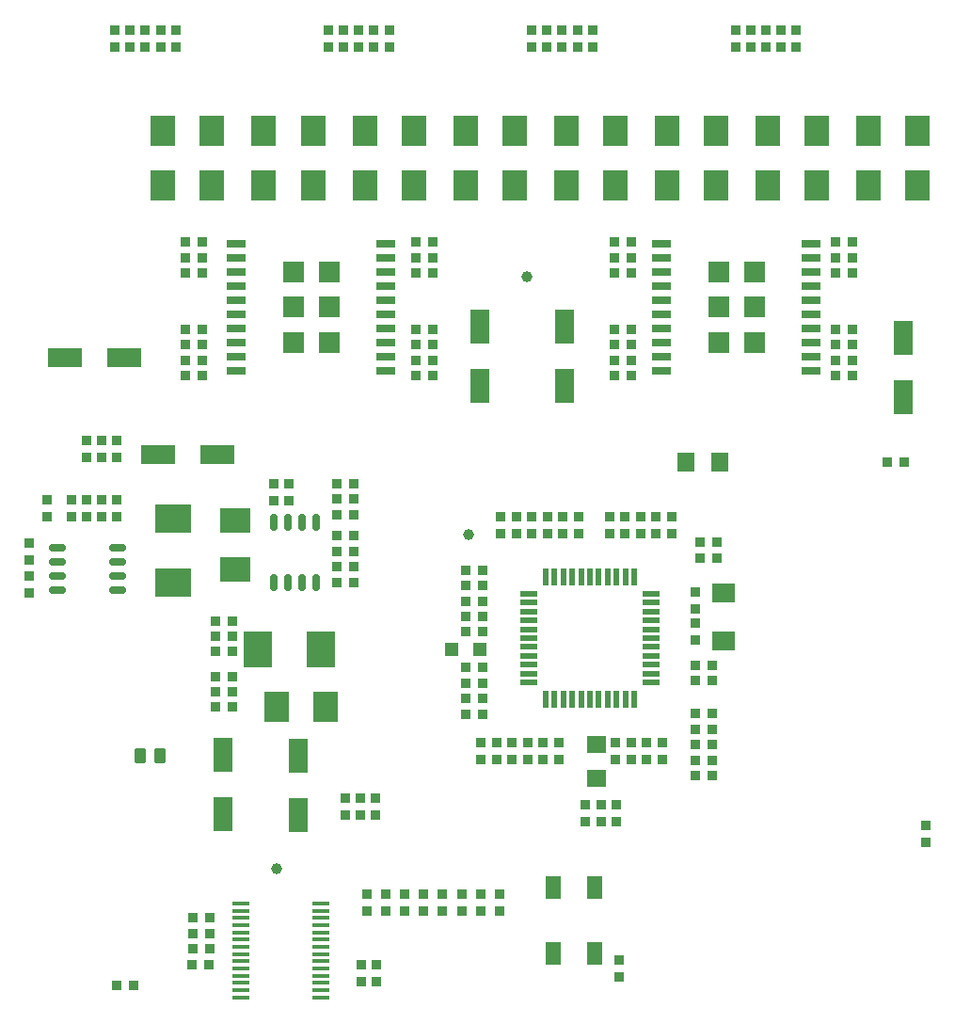
<source format=gtp>
G04 Layer_Color=8421504*
%FSLAX25Y25*%
%MOIN*%
G70*
G01*
G75*
G04:AMPARAMS|DCode=10|XSize=40mil|YSize=55mil|CornerRadius=5mil|HoleSize=0mil|Usage=FLASHONLY|Rotation=180.000|XOffset=0mil|YOffset=0mil|HoleType=Round|Shape=RoundedRectangle|*
%AMROUNDEDRECTD10*
21,1,0.04000,0.04500,0,0,180.0*
21,1,0.03000,0.05500,0,0,180.0*
1,1,0.01000,-0.01500,0.02250*
1,1,0.01000,0.01500,0.02250*
1,1,0.01000,0.01500,-0.02250*
1,1,0.01000,-0.01500,-0.02250*
%
%ADD10ROUNDEDRECTD10*%
G04:AMPARAMS|DCode=11|XSize=35mil|YSize=35mil|CornerRadius=4.38mil|HoleSize=0mil|Usage=FLASHONLY|Rotation=90.000|XOffset=0mil|YOffset=0mil|HoleType=Round|Shape=RoundedRectangle|*
%AMROUNDEDRECTD11*
21,1,0.03500,0.02625,0,0,90.0*
21,1,0.02625,0.03500,0,0,90.0*
1,1,0.00875,0.01312,0.01312*
1,1,0.00875,0.01312,-0.01312*
1,1,0.00875,-0.01312,-0.01312*
1,1,0.00875,-0.01312,0.01312*
%
%ADD11ROUNDEDRECTD11*%
G04:AMPARAMS|DCode=12|XSize=35mil|YSize=35mil|CornerRadius=4.38mil|HoleSize=0mil|Usage=FLASHONLY|Rotation=180.000|XOffset=0mil|YOffset=0mil|HoleType=Round|Shape=RoundedRectangle|*
%AMROUNDEDRECTD12*
21,1,0.03500,0.02625,0,0,180.0*
21,1,0.02625,0.03500,0,0,180.0*
1,1,0.00875,-0.01312,0.01312*
1,1,0.00875,0.01312,0.01312*
1,1,0.00875,0.01312,-0.01312*
1,1,0.00875,-0.01312,-0.01312*
%
%ADD12ROUNDEDRECTD12*%
%ADD13C,0.03937*%
%ADD14R,0.08500X0.10799*%
%ADD16R,0.06500X0.02500*%
%ADD17R,0.06500X0.12000*%
%ADD18R,0.12000X0.06500*%
%ADD19R,0.10799X0.08500*%
G04:AMPARAMS|DCode=20|XSize=23.62mil|YSize=61.02mil|CornerRadius=5.91mil|HoleSize=0mil|Usage=FLASHONLY|Rotation=270.000|XOffset=0mil|YOffset=0mil|HoleType=Round|Shape=RoundedRectangle|*
%AMROUNDEDRECTD20*
21,1,0.02362,0.04921,0,0,270.0*
21,1,0.01181,0.06102,0,0,270.0*
1,1,0.01181,-0.02461,-0.00591*
1,1,0.01181,-0.02461,0.00591*
1,1,0.01181,0.02461,0.00591*
1,1,0.01181,0.02461,-0.00591*
%
%ADD20ROUNDEDRECTD20*%
G04:AMPARAMS|DCode=21|XSize=23.62mil|YSize=61.02mil|CornerRadius=5.91mil|HoleSize=0mil|Usage=FLASHONLY|Rotation=180.000|XOffset=0mil|YOffset=0mil|HoleType=Round|Shape=RoundedRectangle|*
%AMROUNDEDRECTD21*
21,1,0.02362,0.04921,0,0,180.0*
21,1,0.01181,0.06102,0,0,180.0*
1,1,0.01181,-0.00591,0.02461*
1,1,0.01181,0.00591,0.02461*
1,1,0.01181,0.00591,-0.02461*
1,1,0.01181,-0.00591,-0.02461*
%
%ADD21ROUNDEDRECTD21*%
%ADD22R,0.09843X0.12598*%
%ADD23R,0.06600X0.06000*%
%ADD24R,0.08000X0.07000*%
%ADD25R,0.05512X0.07874*%
%ADD26R,0.06000X0.06600*%
%ADD27R,0.05000X0.05000*%
%ADD28R,0.05984X0.02205*%
%ADD29R,0.02205X0.05984*%
%ADD30R,0.12598X0.09843*%
%ADD31R,0.05906X0.01575*%
%ADD58R,0.07500X0.07500*%
D10*
X51200Y117500D02*
D03*
X44200D02*
D03*
D11*
X232500Y196000D02*
D03*
X221500D02*
D03*
X216000D02*
D03*
X210500D02*
D03*
X172000D02*
D03*
X177500D02*
D03*
X183000D02*
D03*
X188500D02*
D03*
X194000D02*
D03*
X199500D02*
D03*
X227000D02*
D03*
X214000Y39000D02*
D03*
Y45000D02*
D03*
X322600Y92550D02*
D03*
Y86550D02*
D03*
X124500Y68500D02*
D03*
Y62500D02*
D03*
X164786Y68500D02*
D03*
Y62500D02*
D03*
X158071Y68500D02*
D03*
Y62500D02*
D03*
X137929Y68500D02*
D03*
Y62500D02*
D03*
X144643Y68500D02*
D03*
Y62500D02*
D03*
X271290Y368400D02*
D03*
Y374400D02*
D03*
X199160Y368400D02*
D03*
Y374400D02*
D03*
X276700Y368400D02*
D03*
Y374400D02*
D03*
X260470Y368400D02*
D03*
Y374400D02*
D03*
X204600Y368400D02*
D03*
Y374400D02*
D03*
X265880Y368400D02*
D03*
Y374400D02*
D03*
X255060D02*
D03*
Y368400D02*
D03*
X188280D02*
D03*
Y374400D02*
D03*
X193720Y368400D02*
D03*
Y374400D02*
D03*
X182840D02*
D03*
Y368400D02*
D03*
X127040D02*
D03*
Y374400D02*
D03*
X132400Y368400D02*
D03*
Y374400D02*
D03*
X116320Y368400D02*
D03*
Y374400D02*
D03*
X121680Y368400D02*
D03*
Y374400D02*
D03*
X110960D02*
D03*
Y368400D02*
D03*
X116750Y102300D02*
D03*
Y96300D02*
D03*
X122200Y102300D02*
D03*
Y96300D02*
D03*
X127700Y102300D02*
D03*
Y96300D02*
D03*
X25067Y222900D02*
D03*
Y228900D02*
D03*
X30533Y222900D02*
D03*
Y228900D02*
D03*
X36000Y222900D02*
D03*
Y228900D02*
D03*
X4800Y192600D02*
D03*
Y186600D02*
D03*
X11200Y202000D02*
D03*
Y208000D02*
D03*
X4800Y181100D02*
D03*
Y175100D02*
D03*
X20000Y208000D02*
D03*
Y202000D02*
D03*
X25067D02*
D03*
Y208000D02*
D03*
X30533Y202000D02*
D03*
Y208000D02*
D03*
X36000Y202000D02*
D03*
Y208000D02*
D03*
X96900Y213700D02*
D03*
Y207700D02*
D03*
X91400D02*
D03*
Y213700D02*
D03*
X213000Y94000D02*
D03*
Y100000D02*
D03*
X199500Y202000D02*
D03*
X187024Y122100D02*
D03*
Y116100D02*
D03*
X194000Y202000D02*
D03*
X192546Y122100D02*
D03*
Y116100D02*
D03*
X240800Y169500D02*
D03*
Y175500D02*
D03*
X202000Y100000D02*
D03*
Y94000D02*
D03*
X207500D02*
D03*
Y100000D02*
D03*
X240800Y164500D02*
D03*
Y158500D02*
D03*
X181501Y122100D02*
D03*
Y116100D02*
D03*
X175979Y122100D02*
D03*
Y116100D02*
D03*
X210500Y202000D02*
D03*
X216000D02*
D03*
X221500D02*
D03*
X172000D02*
D03*
X177500D02*
D03*
X183000D02*
D03*
X188500D02*
D03*
X229222Y122100D02*
D03*
Y116100D02*
D03*
X223700Y122100D02*
D03*
Y116100D02*
D03*
X164935Y122100D02*
D03*
Y116100D02*
D03*
X227000Y202000D02*
D03*
X170457Y122100D02*
D03*
Y116100D02*
D03*
X232500Y202000D02*
D03*
X218178Y122100D02*
D03*
Y116100D02*
D03*
X212656Y122100D02*
D03*
Y116100D02*
D03*
X122600Y43300D02*
D03*
Y37300D02*
D03*
X128000Y43300D02*
D03*
Y37300D02*
D03*
X171500Y62500D02*
D03*
Y68500D02*
D03*
X131214Y62500D02*
D03*
Y68500D02*
D03*
X151357D02*
D03*
Y62500D02*
D03*
X35060Y374400D02*
D03*
Y368400D02*
D03*
X40520D02*
D03*
Y374400D02*
D03*
X45980Y368400D02*
D03*
Y374400D02*
D03*
X51440Y368400D02*
D03*
Y374400D02*
D03*
X56900Y368400D02*
D03*
Y374400D02*
D03*
D12*
X315000Y221300D02*
D03*
X309000D02*
D03*
X296656Y268400D02*
D03*
X290656D02*
D03*
Y262948D02*
D03*
X296656D02*
D03*
X212300Y252043D02*
D03*
X218300D02*
D03*
Y257495D02*
D03*
X212300D02*
D03*
X148000Y268400D02*
D03*
X142000D02*
D03*
Y262948D02*
D03*
X148000D02*
D03*
X60350Y252043D02*
D03*
X66350D02*
D03*
Y257495D02*
D03*
X60350D02*
D03*
X290656Y299250D02*
D03*
X296656D02*
D03*
X290656Y293725D02*
D03*
X296656D02*
D03*
X290656Y288200D02*
D03*
X296656D02*
D03*
X218300D02*
D03*
X212300D02*
D03*
X218300Y293725D02*
D03*
X212300D02*
D03*
X218300Y299250D02*
D03*
X212300D02*
D03*
X142000D02*
D03*
X148000D02*
D03*
X142000Y293725D02*
D03*
X148000D02*
D03*
X142000Y288200D02*
D03*
X148000D02*
D03*
X66350D02*
D03*
X60350D02*
D03*
X66350Y293725D02*
D03*
X60350D02*
D03*
X66350Y299250D02*
D03*
X60350D02*
D03*
X290656Y257495D02*
D03*
X296656D02*
D03*
X290656Y252043D02*
D03*
X296656D02*
D03*
X218300Y262948D02*
D03*
X212300D02*
D03*
X218300Y268400D02*
D03*
X212300D02*
D03*
X142000Y257495D02*
D03*
X148000D02*
D03*
X142000Y252043D02*
D03*
X148000D02*
D03*
X66350Y262948D02*
D03*
X60350D02*
D03*
X66350Y268400D02*
D03*
X60350D02*
D03*
X77051Y165100D02*
D03*
X71051D02*
D03*
X77051Y159800D02*
D03*
X71051D02*
D03*
X77051Y154499D02*
D03*
X71051D02*
D03*
Y145200D02*
D03*
X77051D02*
D03*
X71051Y139900D02*
D03*
X77051D02*
D03*
X71051Y134599D02*
D03*
X77051D02*
D03*
X120000Y213692D02*
D03*
X114000D02*
D03*
X120000Y208192D02*
D03*
X114000D02*
D03*
Y202692D02*
D03*
X120000D02*
D03*
Y195192D02*
D03*
X114000D02*
D03*
Y184192D02*
D03*
X120000D02*
D03*
X114000Y189692D02*
D03*
X120000D02*
D03*
X114000Y178692D02*
D03*
X120000D02*
D03*
X240800Y143900D02*
D03*
X246800D02*
D03*
X240800Y149400D02*
D03*
X246800D02*
D03*
X159400Y161200D02*
D03*
X165400D02*
D03*
X159400Y166700D02*
D03*
X165400D02*
D03*
X159400Y172100D02*
D03*
X165400D02*
D03*
Y132100D02*
D03*
X159400D02*
D03*
Y177600D02*
D03*
X165400D02*
D03*
Y137600D02*
D03*
X159400D02*
D03*
X165400Y143100D02*
D03*
X159400D02*
D03*
X165400Y148600D02*
D03*
X159400D02*
D03*
X165400Y183000D02*
D03*
X159400D02*
D03*
X246800Y132270D02*
D03*
X240800D02*
D03*
X246800Y126770D02*
D03*
X240800D02*
D03*
X246800Y121270D02*
D03*
X240800D02*
D03*
X242500Y193000D02*
D03*
X248500D02*
D03*
X240800Y115770D02*
D03*
X246800D02*
D03*
X240800Y110270D02*
D03*
X246800D02*
D03*
X242500Y187500D02*
D03*
X248500D02*
D03*
X68800Y49000D02*
D03*
X62800D02*
D03*
X68700Y43500D02*
D03*
X62700D02*
D03*
X68794Y59950D02*
D03*
X62794D02*
D03*
X42000Y35900D02*
D03*
X36000D02*
D03*
X68900Y54500D02*
D03*
X62900D02*
D03*
D13*
X92400Y77500D02*
D03*
X181300Y287100D02*
D03*
X160500Y195700D02*
D03*
D14*
X319701Y319300D02*
D03*
X302299D02*
D03*
X266585D02*
D03*
X283987D02*
D03*
X195156D02*
D03*
X212558D02*
D03*
X248272D02*
D03*
X230870D02*
D03*
X212558Y338700D02*
D03*
X195156D02*
D03*
X230870D02*
D03*
X248272D02*
D03*
X302299D02*
D03*
X319701D02*
D03*
X283987D02*
D03*
X266585D02*
D03*
X105415Y319300D02*
D03*
X88013D02*
D03*
X52299D02*
D03*
X69701D02*
D03*
X176844D02*
D03*
X159442D02*
D03*
X123728D02*
D03*
X141130D02*
D03*
X88013Y338700D02*
D03*
X105415D02*
D03*
X69701D02*
D03*
X52299D02*
D03*
X159442D02*
D03*
X176844D02*
D03*
X141130D02*
D03*
X123728D02*
D03*
X109801Y134800D02*
D03*
X92399D02*
D03*
D16*
X282000Y298700D02*
D03*
Y293700D02*
D03*
Y288700D02*
D03*
Y283700D02*
D03*
Y278700D02*
D03*
Y273700D02*
D03*
Y268700D02*
D03*
Y263700D02*
D03*
Y258700D02*
D03*
Y253700D02*
D03*
X229000D02*
D03*
Y258700D02*
D03*
Y263700D02*
D03*
Y268700D02*
D03*
Y273700D02*
D03*
Y278700D02*
D03*
Y283700D02*
D03*
Y288700D02*
D03*
Y293700D02*
D03*
Y298700D02*
D03*
X131350D02*
D03*
Y293700D02*
D03*
Y288700D02*
D03*
Y283700D02*
D03*
Y278700D02*
D03*
Y273700D02*
D03*
Y268700D02*
D03*
Y263700D02*
D03*
Y258700D02*
D03*
Y253700D02*
D03*
X78350D02*
D03*
Y258700D02*
D03*
Y263700D02*
D03*
Y268700D02*
D03*
Y273700D02*
D03*
Y278700D02*
D03*
Y283700D02*
D03*
Y288700D02*
D03*
Y293700D02*
D03*
Y298700D02*
D03*
D17*
X314500Y265500D02*
D03*
Y244500D02*
D03*
X194600Y269500D02*
D03*
Y248500D02*
D03*
X164700Y269400D02*
D03*
Y248400D02*
D03*
X73700Y117600D02*
D03*
Y96600D02*
D03*
X100200Y117300D02*
D03*
Y96300D02*
D03*
D18*
X38500Y258400D02*
D03*
X17500D02*
D03*
X50400Y224100D02*
D03*
X71400D02*
D03*
D19*
X78000Y200701D02*
D03*
Y183299D02*
D03*
D20*
X14840Y191000D02*
D03*
Y186000D02*
D03*
Y181000D02*
D03*
Y176000D02*
D03*
X36100Y191000D02*
D03*
Y186000D02*
D03*
Y181000D02*
D03*
Y176000D02*
D03*
D21*
X106584Y199849D02*
D03*
X101584D02*
D03*
X96584D02*
D03*
X91584D02*
D03*
X106584Y178589D02*
D03*
X101584D02*
D03*
X96584D02*
D03*
X91584D02*
D03*
D22*
X85780Y155000D02*
D03*
X108220D02*
D03*
D23*
X206000Y121200D02*
D03*
Y109200D02*
D03*
D24*
X251000Y158000D02*
D03*
Y175000D02*
D03*
D25*
X205283Y70811D02*
D03*
Y47189D02*
D03*
X190717Y70811D02*
D03*
Y47189D02*
D03*
D26*
X237500Y221400D02*
D03*
X249500D02*
D03*
D27*
X154650Y154900D02*
D03*
X164650D02*
D03*
D28*
X182029Y174747D02*
D03*
Y171598D02*
D03*
Y168448D02*
D03*
Y165298D02*
D03*
Y162149D02*
D03*
Y158999D02*
D03*
Y155850D02*
D03*
Y152700D02*
D03*
Y149550D02*
D03*
Y146401D02*
D03*
Y143251D02*
D03*
X225100Y143251D02*
D03*
Y146401D02*
D03*
Y149550D02*
D03*
Y152700D02*
D03*
Y155850D02*
D03*
Y158999D02*
D03*
Y162149D02*
D03*
Y165298D02*
D03*
Y168448D02*
D03*
Y171598D02*
D03*
Y174747D02*
D03*
D29*
X187817Y137464D02*
D03*
X190966D02*
D03*
X194116D02*
D03*
X197265D02*
D03*
X200415D02*
D03*
X203565D02*
D03*
X206714D02*
D03*
X209864D02*
D03*
X213013D02*
D03*
X216163D02*
D03*
X219313D02*
D03*
X219313Y180535D02*
D03*
X216163D02*
D03*
X213013D02*
D03*
X209864D02*
D03*
X206714D02*
D03*
X203565D02*
D03*
X200415D02*
D03*
X197265D02*
D03*
X194116D02*
D03*
X190966D02*
D03*
X187817D02*
D03*
D30*
X56000Y178780D02*
D03*
Y201220D02*
D03*
D31*
X108272Y31766D02*
D03*
Y34325D02*
D03*
Y36884D02*
D03*
Y39443D02*
D03*
Y42002D02*
D03*
Y44561D02*
D03*
Y47120D02*
D03*
Y49680D02*
D03*
Y52239D02*
D03*
Y54798D02*
D03*
Y57357D02*
D03*
Y59916D02*
D03*
Y62475D02*
D03*
Y65034D02*
D03*
X79728D02*
D03*
Y62475D02*
D03*
Y59916D02*
D03*
Y57357D02*
D03*
Y54798D02*
D03*
Y52239D02*
D03*
Y49680D02*
D03*
Y47120D02*
D03*
Y44561D02*
D03*
Y42002D02*
D03*
Y39443D02*
D03*
Y36884D02*
D03*
Y34325D02*
D03*
Y31766D02*
D03*
D58*
X261750Y263700D02*
D03*
X249250D02*
D03*
X261750Y276200D02*
D03*
X249250D02*
D03*
X261750Y288700D02*
D03*
X249250D02*
D03*
X111100Y263700D02*
D03*
X98600D02*
D03*
X111100Y276200D02*
D03*
X98600D02*
D03*
X111100Y288700D02*
D03*
X98600D02*
D03*
M02*

</source>
